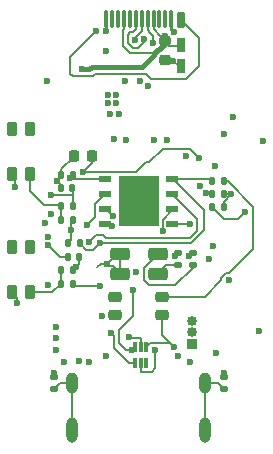
<source format=gbr>
G04 #@! TF.GenerationSoftware,KiCad,Pcbnew,8.0.5*
G04 #@! TF.CreationDate,2024-11-16T16:19:56+03:00*
G04 #@! TF.ProjectId,USB_duck_v2,5553425f-6475-4636-9b5f-76322e6b6963,rev?*
G04 #@! TF.SameCoordinates,Original*
G04 #@! TF.FileFunction,Copper,L4,Bot*
G04 #@! TF.FilePolarity,Positive*
%FSLAX46Y46*%
G04 Gerber Fmt 4.6, Leading zero omitted, Abs format (unit mm)*
G04 Created by KiCad (PCBNEW 8.0.5) date 2024-11-16 16:19:56*
%MOMM*%
%LPD*%
G01*
G04 APERTURE LIST*
G04 Aperture macros list*
%AMRoundRect*
0 Rectangle with rounded corners*
0 $1 Rounding radius*
0 $2 $3 $4 $5 $6 $7 $8 $9 X,Y pos of 4 corners*
0 Add a 4 corners polygon primitive as box body*
4,1,4,$2,$3,$4,$5,$6,$7,$8,$9,$2,$3,0*
0 Add four circle primitives for the rounded corners*
1,1,$1+$1,$2,$3*
1,1,$1+$1,$4,$5*
1,1,$1+$1,$6,$7*
1,1,$1+$1,$8,$9*
0 Add four rect primitives between the rounded corners*
20,1,$1+$1,$2,$3,$4,$5,0*
20,1,$1+$1,$4,$5,$6,$7,0*
20,1,$1+$1,$6,$7,$8,$9,0*
20,1,$1+$1,$8,$9,$2,$3,0*%
G04 Aperture macros list end*
G04 #@! TA.AperFunction,ComponentPad*
%ADD10R,0.850000X0.850000*%
G04 #@! TD*
G04 #@! TA.AperFunction,ComponentPad*
%ADD11O,0.850000X0.850000*%
G04 #@! TD*
G04 #@! TA.AperFunction,SMDPad,CuDef*
%ADD12RoundRect,0.075000X0.075000X0.675000X-0.075000X0.675000X-0.075000X-0.675000X0.075000X-0.675000X0*%
G04 #@! TD*
G04 #@! TA.AperFunction,SMDPad,CuDef*
%ADD13RoundRect,0.175000X-0.175000X-0.525000X0.175000X-0.525000X0.175000X0.525000X-0.175000X0.525000X0*%
G04 #@! TD*
G04 #@! TA.AperFunction,ComponentPad*
%ADD14O,1.000000X1.800000*%
G04 #@! TD*
G04 #@! TA.AperFunction,ComponentPad*
%ADD15O,0.950000X2.150000*%
G04 #@! TD*
G04 #@! TA.AperFunction,SMDPad,CuDef*
%ADD16RoundRect,0.135000X-0.185000X0.135000X-0.185000X-0.135000X0.185000X-0.135000X0.185000X0.135000X0*%
G04 #@! TD*
G04 #@! TA.AperFunction,SMDPad,CuDef*
%ADD17RoundRect,0.140000X0.140000X0.170000X-0.140000X0.170000X-0.140000X-0.170000X0.140000X-0.170000X0*%
G04 #@! TD*
G04 #@! TA.AperFunction,SMDPad,CuDef*
%ADD18RoundRect,0.135000X0.135000X0.185000X-0.135000X0.185000X-0.135000X-0.185000X0.135000X-0.185000X0*%
G04 #@! TD*
G04 #@! TA.AperFunction,SMDPad,CuDef*
%ADD19RoundRect,0.262500X-0.587500X-0.262500X0.587500X-0.262500X0.587500X0.262500X-0.587500X0.262500X0*%
G04 #@! TD*
G04 #@! TA.AperFunction,SMDPad,CuDef*
%ADD20RoundRect,0.225000X-0.225000X-0.250000X0.225000X-0.250000X0.225000X0.250000X-0.225000X0.250000X0*%
G04 #@! TD*
G04 #@! TA.AperFunction,SMDPad,CuDef*
%ADD21RoundRect,0.225000X-0.250000X0.225000X-0.250000X-0.225000X0.250000X-0.225000X0.250000X0.225000X0*%
G04 #@! TD*
G04 #@! TA.AperFunction,SMDPad,CuDef*
%ADD22RoundRect,0.225000X0.225000X-0.375000X0.225000X0.375000X-0.225000X0.375000X-0.225000X-0.375000X0*%
G04 #@! TD*
G04 #@! TA.AperFunction,SMDPad,CuDef*
%ADD23RoundRect,0.135000X0.185000X-0.135000X0.185000X0.135000X-0.185000X0.135000X-0.185000X-0.135000X0*%
G04 #@! TD*
G04 #@! TA.AperFunction,SMDPad,CuDef*
%ADD24RoundRect,0.026400X0.493600X0.193600X-0.493600X0.193600X-0.493600X-0.193600X0.493600X-0.193600X0*%
G04 #@! TD*
G04 #@! TA.AperFunction,SMDPad,CuDef*
%ADD25R,3.400000X4.300000*%
G04 #@! TD*
G04 #@! TA.AperFunction,SMDPad,CuDef*
%ADD26RoundRect,0.225000X0.350000X0.225000X-0.350000X0.225000X-0.350000X-0.225000X0.350000X-0.225000X0*%
G04 #@! TD*
G04 #@! TA.AperFunction,SMDPad,CuDef*
%ADD27R,0.300000X0.850000*%
G04 #@! TD*
G04 #@! TA.AperFunction,SMDPad,CuDef*
%ADD28R,0.760000X1.270000*%
G04 #@! TD*
G04 #@! TA.AperFunction,ViaPad*
%ADD29C,0.600000*%
G04 #@! TD*
G04 #@! TA.AperFunction,Conductor*
%ADD30C,0.200000*%
G04 #@! TD*
G04 #@! TA.AperFunction,Conductor*
%ADD31C,0.250000*%
G04 #@! TD*
G04 #@! TA.AperFunction,Conductor*
%ADD32C,0.400000*%
G04 #@! TD*
G04 APERTURE END LIST*
D10*
X4500000Y-27500000D03*
D11*
X4500000Y-26500000D03*
X4500000Y-25500000D03*
D12*
X2750000Y0D03*
X2250000Y0D03*
X1750000Y0D03*
X1250000Y0D03*
X750000Y0D03*
X250000Y0D03*
X-250000Y0D03*
X-750000Y0D03*
X-1250000Y0D03*
X-1750000Y0D03*
X-2250000Y0D03*
X-2750000Y0D03*
D13*
X3600000Y-50000D03*
D14*
X-5620000Y-30800000D03*
D15*
X-5620000Y-34800000D03*
D14*
X5620000Y-30800000D03*
D15*
X5620000Y-34800000D03*
D16*
X3350000Y-19790000D03*
X3350000Y-20810000D03*
D17*
X-5620000Y-14250000D03*
X-6580000Y-14250000D03*
D18*
X-5600000Y-21250000D03*
X-6620000Y-21250000D03*
X-5590000Y-15800000D03*
X-6610000Y-15800000D03*
D17*
X-5600000Y-13150000D03*
X-6560000Y-13150000D03*
D18*
X-5590000Y-17000000D03*
X-6610000Y-17000000D03*
X7210000Y-13700000D03*
X6190000Y-13700000D03*
X-5000000Y-18950000D03*
X-6020000Y-18950000D03*
D19*
X1600000Y-21525000D03*
X-1600000Y-21525000D03*
X1600000Y-19875000D03*
X-1600000Y-19875000D03*
D20*
X-5525000Y-11600000D03*
X-3975000Y-11600000D03*
D18*
X-5600000Y-22400000D03*
X-6620000Y-22400000D03*
D21*
X2200000Y-1865000D03*
X2200000Y-3415000D03*
D22*
X-9250000Y-13100000D03*
X-10750000Y-13100000D03*
X-9250000Y-9300000D03*
X-10750000Y-9300000D03*
D17*
X7180000Y-15900000D03*
X6220000Y-15900000D03*
D23*
X7200000Y-31310000D03*
X7200000Y-30290000D03*
X-7200000Y-31310000D03*
X-7200000Y-30290000D03*
D24*
X2845000Y-13500000D03*
X2845000Y-14770000D03*
X2845000Y-16040000D03*
X2845000Y-17310000D03*
X-2845000Y-17310000D03*
X-2845000Y-16040000D03*
X-2845000Y-14770000D03*
X-2845000Y-13500000D03*
D25*
X0Y-15405000D03*
D26*
X1975000Y-23500000D03*
X1975000Y-25000000D03*
X-1975000Y-25000000D03*
X-1975000Y-23500000D03*
D17*
X-5040000Y-20100000D03*
X-6000000Y-20100000D03*
D27*
X-350000Y-27700000D03*
X150000Y-27700000D03*
X650000Y-27700000D03*
X650000Y-29100000D03*
X150000Y-29100000D03*
X-350000Y-29100000D03*
D22*
X-9250000Y-23100000D03*
X-10750000Y-23100000D03*
X-9250000Y-19300000D03*
X-10750000Y-19300000D03*
D17*
X7180000Y-14800000D03*
X6220000Y-14800000D03*
D28*
X3600000Y-3940000D03*
X3600000Y-2160000D03*
D16*
X4550000Y-19790000D03*
X4550000Y-20810000D03*
D29*
X-5100000Y-28900000D03*
X-7698911Y-22500500D03*
X7600000Y-22100000D03*
X-2800000Y-2700000D03*
X-2700000Y-20700000D03*
X-10300000Y-24000000D03*
X-7000000Y-28000000D03*
X2900000Y-3500000D03*
X-7200000Y-29900000D03*
X-1700000Y-8000000D03*
X-7000000Y-27000000D03*
X-6300000Y-29000000D03*
X7800000Y-14800000D03*
X7200000Y-29900000D03*
X8000000Y-8300000D03*
X-2400000Y-8000000D03*
X-7800000Y-5200000D03*
X-1100000Y-10200000D03*
X10200000Y-26400000D03*
X7210000Y-9700000D03*
X4354500Y-17321236D03*
X-4200000Y-29000000D03*
X-6900000Y-13700000D03*
X-7699500Y-19100000D03*
X-1200000Y-5200000D03*
X-10500000Y-14200000D03*
X-7699500Y-18406374D03*
X-2800000Y-1000000D03*
X-3100000Y-25100000D03*
X2390000Y-10180000D03*
X2985061Y-27765141D03*
X4300000Y-29000000D03*
X10500000Y-10300000D03*
X-7000000Y-26000000D03*
X6310000Y-19180000D03*
X2947060Y-1074626D03*
X-5770000Y-17850000D03*
X5978819Y-20321888D03*
X-2110000Y-10110000D03*
X9000000Y-16300000D03*
X-2600000Y-6400000D03*
X-3323911Y-22576089D03*
X-2600000Y-7100000D03*
X6500000Y-28200000D03*
X1270000Y-10190000D03*
X-5791393Y-13440311D03*
X-1900000Y-7100000D03*
X-1900000Y-6400000D03*
X6439331Y-12395720D03*
X-250500Y-21400000D03*
X3300000Y-28500000D03*
X-2800000Y-28500000D03*
X2200181Y-1359891D03*
X-4800000Y-4200000D03*
X-7400000Y-14900000D03*
X-5325000Y-20975000D03*
X453710Y-1644849D03*
X-350500Y-1700000D03*
X1380000Y-27999500D03*
X-7900000Y-17210000D03*
X813966Y-5670000D03*
X114474Y-5200000D03*
X-2371844Y-26559461D03*
X-7450500Y-16480000D03*
X-480000Y-22900000D03*
X-536944Y-28000500D03*
X-854406Y-26923008D03*
X1170000Y-2000000D03*
X-3600000Y-1000000D03*
X-3304891Y-18890000D03*
X3068920Y-20038067D03*
X4214183Y-20014183D03*
X5146791Y-14127145D03*
X3974265Y-11525735D03*
X-4343712Y-17437927D03*
X-2200001Y-16611853D03*
X-2241628Y-17468223D03*
X2034658Y-17925818D03*
X-4215496Y-18883700D03*
X5679182Y-14724274D03*
X-4700000Y-12900000D03*
X5100000Y-11700000D03*
D30*
X7000000Y-21851471D02*
X7000000Y-22100000D01*
X5600000Y-23500000D02*
X1975000Y-23500000D01*
X7000000Y-22100000D02*
X5600000Y-23500000D01*
X7600000Y-21500000D02*
X7351471Y-21500000D01*
X9700000Y-19400000D02*
X7600000Y-21500000D01*
X7351471Y-21500000D02*
X7000000Y-21851471D01*
X7210000Y-13700000D02*
X7548529Y-13700000D01*
X7548529Y-13700000D02*
X9700000Y-15851471D01*
X9700000Y-15851471D02*
X9700000Y-19400000D01*
X950000Y-27400000D02*
X650000Y-27700000D01*
X-10500000Y-13350000D02*
X-10750000Y-13100000D01*
X-2700000Y-20700000D02*
X-2500000Y-20900000D01*
D31*
X-2750000Y0D02*
X-2750000Y-950000D01*
D30*
X3600000Y-3890000D02*
X3290000Y-3890000D01*
X2985061Y-27765141D02*
X1975000Y-26755080D01*
X-2750000Y-950000D02*
X-2800000Y-1000000D01*
X-1600000Y-21525000D02*
X-1600000Y-19875000D01*
X-10500000Y-14200000D02*
X-10500000Y-13350000D01*
X-2700000Y-20700000D02*
X-3240000Y-20700000D01*
X-6560000Y-12660000D02*
X-6560000Y-13150000D01*
X-6580000Y-14250000D02*
X-6580000Y-14020000D01*
X7800000Y-14800000D02*
X7180000Y-15420000D01*
X2619920Y-27400000D02*
X950000Y-27400000D01*
X-2225000Y-20900000D02*
X-1600000Y-21525000D01*
X-10300000Y-23550000D02*
X-10750000Y-23100000D01*
X-6580000Y-14020000D02*
X-6900000Y-13700000D01*
D31*
X2947060Y-1074626D02*
X2750000Y-877566D01*
D30*
X2856236Y-17321236D02*
X2845000Y-17310000D01*
D31*
X2750000Y-877566D02*
X2750000Y0D01*
D30*
X-6560000Y-13360000D02*
X-6900000Y-13700000D01*
X-1600000Y-19875000D02*
X-1875000Y-19875000D01*
X2985061Y-27765141D02*
X2619920Y-27400000D01*
X-3240000Y-20700000D02*
X-3500000Y-20960000D01*
X1975000Y-26755080D02*
X1975000Y-25000000D01*
X-5525000Y-11600000D02*
X-5525000Y-11625000D01*
X-2500000Y-20900000D02*
X-2225000Y-20900000D01*
X3290000Y-3890000D02*
X2900000Y-3500000D01*
X-10300000Y-24000000D02*
X-10300000Y-23550000D01*
X4354500Y-17321236D02*
X2856236Y-17321236D01*
X-6000000Y-20100000D02*
X-6699500Y-20100000D01*
X-5525000Y-11625000D02*
X-6560000Y-12660000D01*
X7220000Y-14800000D02*
X7800000Y-14800000D01*
X-6699500Y-20100000D02*
X-7699500Y-19100000D01*
X-6560000Y-13150000D02*
X-6560000Y-13360000D01*
X7180000Y-15420000D02*
X7180000Y-15900000D01*
X2325000Y-3500000D02*
X2200000Y-3375000D01*
X-1875000Y-19875000D02*
X-2700000Y-20700000D01*
X2900000Y-3500000D02*
X2325000Y-3500000D01*
X8400000Y-16900000D02*
X9000000Y-16300000D01*
X-3323911Y-22576089D02*
X-5423911Y-22576089D01*
X-5791393Y-13341393D02*
X-5600000Y-13150000D01*
X-5770000Y-17850000D02*
X-5770000Y-18700000D01*
X7220000Y-16900000D02*
X8400000Y-16900000D01*
X6220000Y-15900000D02*
X7220000Y-16900000D01*
X-5770000Y-17850000D02*
X-5770000Y-17180000D01*
X-5770000Y-17180000D02*
X-5590000Y-17000000D01*
X-5770000Y-18700000D02*
X-6020000Y-18950000D01*
X-5731704Y-13500000D02*
X-2845000Y-13500000D01*
X-5423911Y-22576089D02*
X-5600000Y-22400000D01*
X-5791393Y-13440311D02*
X-5791393Y-13341393D01*
X-5791393Y-13440311D02*
X-5731704Y-13500000D01*
X-730000Y-2870000D02*
X1210000Y-2870000D01*
D32*
X-4200000Y-4200000D02*
X-4000000Y-4000000D01*
D30*
X-1350000Y-2250000D02*
X-730000Y-2870000D01*
X2200000Y-1880000D02*
X2200000Y-1825000D01*
X2200181Y-1359891D02*
X2200000Y-1360072D01*
X2200181Y-1359891D02*
X1799891Y-1359891D01*
X1250000Y-810000D02*
X1250000Y0D01*
X2200000Y-1825000D02*
X2600000Y-2225000D01*
D32*
X1325000Y-2985000D02*
X1325000Y-2931117D01*
D30*
X1210000Y-2870000D02*
X2200000Y-1880000D01*
X1799891Y-1359891D02*
X1250000Y-810000D01*
D32*
X2200000Y-2056117D02*
X2200000Y-1825000D01*
X-4000000Y-4000000D02*
X310000Y-4000000D01*
X310000Y-4000000D02*
X1325000Y-2985000D01*
X1325000Y-2931117D02*
X2200000Y-2056117D01*
D30*
X-1250000Y-780330D02*
X-1350000Y-880330D01*
X2200000Y-1360072D02*
X2200000Y-1825000D01*
D32*
X-4800000Y-4200000D02*
X-4200000Y-4200000D01*
D30*
X-1350000Y-880330D02*
X-1350000Y-2250000D01*
X-1250000Y0D02*
X-1250000Y-780330D01*
X2600000Y-2225000D02*
X3515000Y-2225000D01*
X-5590000Y-14280000D02*
X-5620000Y-14250000D01*
X-5590000Y-15800000D02*
X-5590000Y-14900000D01*
X-5590000Y-14900000D02*
X-5590000Y-14280000D01*
X-5590000Y-14900000D02*
X-7400000Y-14900000D01*
X-5325000Y-20975000D02*
X-5040000Y-20690000D01*
X-5040000Y-20690000D02*
X-5600000Y-21250000D01*
X-5040000Y-20100000D02*
X-5040000Y-20690000D01*
X2315000Y-20810000D02*
X1600000Y-21525000D01*
X3350000Y-20810000D02*
X2315000Y-20810000D01*
X403339Y-22078223D02*
X403339Y-21071661D01*
X3100000Y-22500000D02*
X825116Y-22500000D01*
X4550000Y-21050000D02*
X3100000Y-22500000D01*
X403339Y-21071661D02*
X1600000Y-19875000D01*
X825116Y-22500000D02*
X403339Y-22078223D01*
X4550000Y-20810000D02*
X4550000Y-21050000D01*
X-710000Y-1050000D02*
X-519670Y-1050000D01*
X453710Y-1926290D02*
X-60000Y-2440000D01*
X-519670Y-1050000D02*
X-250000Y-780330D01*
X-950000Y-1990000D02*
X-950000Y-1290000D01*
X-500000Y-2440000D02*
X-950000Y-1990000D01*
X-950000Y-1290000D02*
X-710000Y-1050000D01*
X453710Y-1644849D02*
X453710Y-1926290D01*
X-60000Y-2440000D02*
X-500000Y-2440000D01*
X-250000Y-780330D02*
X-250000Y0D01*
X-350500Y-1566570D02*
X250000Y-966070D01*
X-350500Y-1700000D02*
X-350500Y-1566570D01*
X250000Y-966070D02*
X250000Y0D01*
X1100000Y-29825000D02*
X200000Y-29825000D01*
X150000Y-29775000D02*
X150000Y-29100000D01*
X1380000Y-29545000D02*
X1100000Y-29825000D01*
X200000Y-29825000D02*
X150000Y-29775000D01*
X1380000Y-27999500D02*
X1380000Y-29545000D01*
X-800000Y-29100000D02*
X-350000Y-29100000D01*
X-2100000Y-26831305D02*
X-2100000Y-27800000D01*
X-2100000Y-27800000D02*
X-800000Y-29100000D01*
X-2371844Y-26559461D02*
X-2100000Y-26831305D01*
X-480000Y-22900000D02*
X-480000Y-25080000D01*
X-350000Y-27813556D02*
X-350000Y-27700000D01*
X-536944Y-28000500D02*
X-350000Y-27813556D01*
X-1099500Y-28000500D02*
X-536944Y-28000500D01*
X-1700000Y-26300000D02*
X-1700000Y-27400000D01*
X-480000Y-25080000D02*
X-1700000Y-26300000D01*
X-1700000Y-27400000D02*
X-1099500Y-28000500D01*
X-802414Y-26975000D02*
X100000Y-26975000D01*
X150000Y-27025000D02*
X150000Y-27700000D01*
X100000Y-26975000D02*
X150000Y-27025000D01*
X-854406Y-26923008D02*
X-802414Y-26975000D01*
X825000Y-982570D02*
X750000Y-907570D01*
X1170000Y-1396040D02*
X825000Y-1051040D01*
X1170000Y-2000000D02*
X1170000Y-1396040D01*
X750000Y-907570D02*
X750000Y0D01*
X825000Y-1051040D02*
X825000Y-982570D01*
X-3900000Y-4800000D02*
X-5600000Y-4800000D01*
X-5800000Y-3200000D02*
X-3600000Y-1000000D01*
X-5600000Y-4800000D02*
X-5800000Y-4600000D01*
X5100000Y-3900000D02*
X4000000Y-5000000D01*
X-5800000Y-4600000D02*
X-5800000Y-3200000D01*
X5100000Y-1550000D02*
X5100000Y-3900000D01*
X1017106Y-5000000D02*
X617106Y-4600000D01*
X3600000Y-50000D02*
X5100000Y-1550000D01*
X4000000Y-5000000D02*
X1017106Y-5000000D01*
X-3700000Y-4600000D02*
X-3900000Y-4800000D01*
X617106Y-4600000D02*
X-3700000Y-4600000D01*
X5620000Y-34800000D02*
X5620000Y-30800000D01*
X-5620000Y-30800000D02*
X-6690000Y-30800000D01*
X5620000Y-30800000D02*
X6690000Y-30800000D01*
X-6690000Y-30800000D02*
X-7200000Y-31310000D01*
X6690000Y-30800000D02*
X7200000Y-31310000D01*
X-5620000Y-34800000D02*
X-5620000Y-30800000D01*
X5550000Y-16160000D02*
X2890000Y-13500000D01*
X-3304891Y-18890000D02*
X-3234891Y-18960000D01*
X5990000Y-13500000D02*
X6190000Y-13700000D01*
X2845000Y-13500000D02*
X5990000Y-13500000D01*
X-4466300Y-19483700D02*
X-5000000Y-18950000D01*
X-3234891Y-18960000D02*
X4450000Y-18960000D01*
X-3898591Y-19483700D02*
X-4466300Y-19483700D01*
X5550000Y-17860000D02*
X5550000Y-16160000D01*
X-3304891Y-18890000D02*
X-3898591Y-19483700D01*
X4450000Y-18960000D02*
X5550000Y-17860000D01*
X2890000Y-13500000D02*
X2845000Y-13500000D01*
X-9200000Y-14500000D02*
X-8000000Y-15700000D01*
X-9250000Y-13100000D02*
X-9200000Y-13150000D01*
X-9200000Y-13150000D02*
X-9200000Y-14500000D01*
X-6710000Y-15700000D02*
X-6610000Y-15800000D01*
X-6610000Y-15800000D02*
X-6610000Y-17000000D01*
X-8000000Y-15700000D02*
X-6710000Y-15700000D01*
X-6620000Y-21250000D02*
X-6620000Y-22400000D01*
X-7320000Y-23100000D02*
X-6620000Y-22400000D01*
X-9250000Y-23100000D02*
X-7320000Y-23100000D01*
X3068920Y-20038067D02*
X3101933Y-20038067D01*
X3101933Y-20038067D02*
X3350000Y-19790000D01*
X4214183Y-20014183D02*
X4438366Y-19790000D01*
X4438366Y-19790000D02*
X4550000Y-19790000D01*
X-3665000Y-16759215D02*
X-3665000Y-15590000D01*
X-4343712Y-17437927D02*
X-3665000Y-16759215D01*
X-3665000Y-15590000D02*
X-2845000Y-14770000D01*
X-2200001Y-16611853D02*
X-2771854Y-16040000D01*
X-2771854Y-16040000D02*
X-2845000Y-16040000D01*
X-2241628Y-17468223D02*
X-2686777Y-17468223D01*
X-2686777Y-17468223D02*
X-2845000Y-17310000D01*
X2034658Y-17925818D02*
X2034658Y-17839658D01*
X2034658Y-17839658D02*
X2025000Y-17830000D01*
X2845000Y-16161201D02*
X2845000Y-16040000D01*
X2025000Y-17830000D02*
X2025000Y-16981201D01*
X2025000Y-16981201D02*
X2845000Y-16161201D01*
X4318496Y-18525818D02*
X-2794182Y-18525818D01*
X-2794182Y-18525818D02*
X-3050000Y-18270000D01*
X4954500Y-16879500D02*
X4954500Y-17889814D01*
X-3601796Y-18270000D02*
X-4215496Y-18883700D01*
X-3050000Y-18270000D02*
X-3601796Y-18270000D01*
X2845000Y-14770000D02*
X4954500Y-16879500D01*
X4954500Y-17889814D02*
X4318496Y-18525818D01*
X-200000Y-12900000D02*
X-4700000Y-12900000D01*
X-3975000Y-11600000D02*
X-3975000Y-12175000D01*
X900000Y-12100000D02*
X600000Y-12100000D01*
X2074265Y-10925735D02*
X900000Y-12100000D01*
X5754908Y-14800000D02*
X5679182Y-14724274D01*
X5100000Y-11700000D02*
X4325735Y-10925735D01*
X4325735Y-10925735D02*
X2074265Y-10925735D01*
X600000Y-12100000D02*
X-200000Y-12900000D01*
X-3975000Y-12175000D02*
X-4700000Y-12900000D01*
X6220000Y-14800000D02*
X5754908Y-14800000D01*
M02*

</source>
